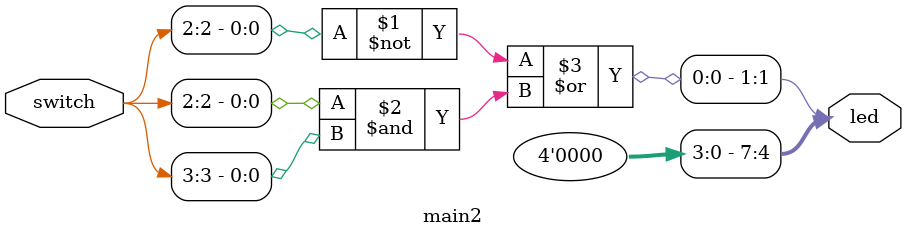
<source format=v>
`timescale 1ns / 1ps
`default_nettype none //helps catch typo-related bugs
module main2(switch, led);

	input wire [7:0] switch;
	output wire [7:0] led;

	assign led[7:4] = 4'b0000;

	// problem 2 - implication
	assign led[1] = (~switch[2]) | (switch[2] & switch[3]);
	
endmodule
`default_nettype none //some Xilinx IP requires that the default_nettype be set to wire

</source>
